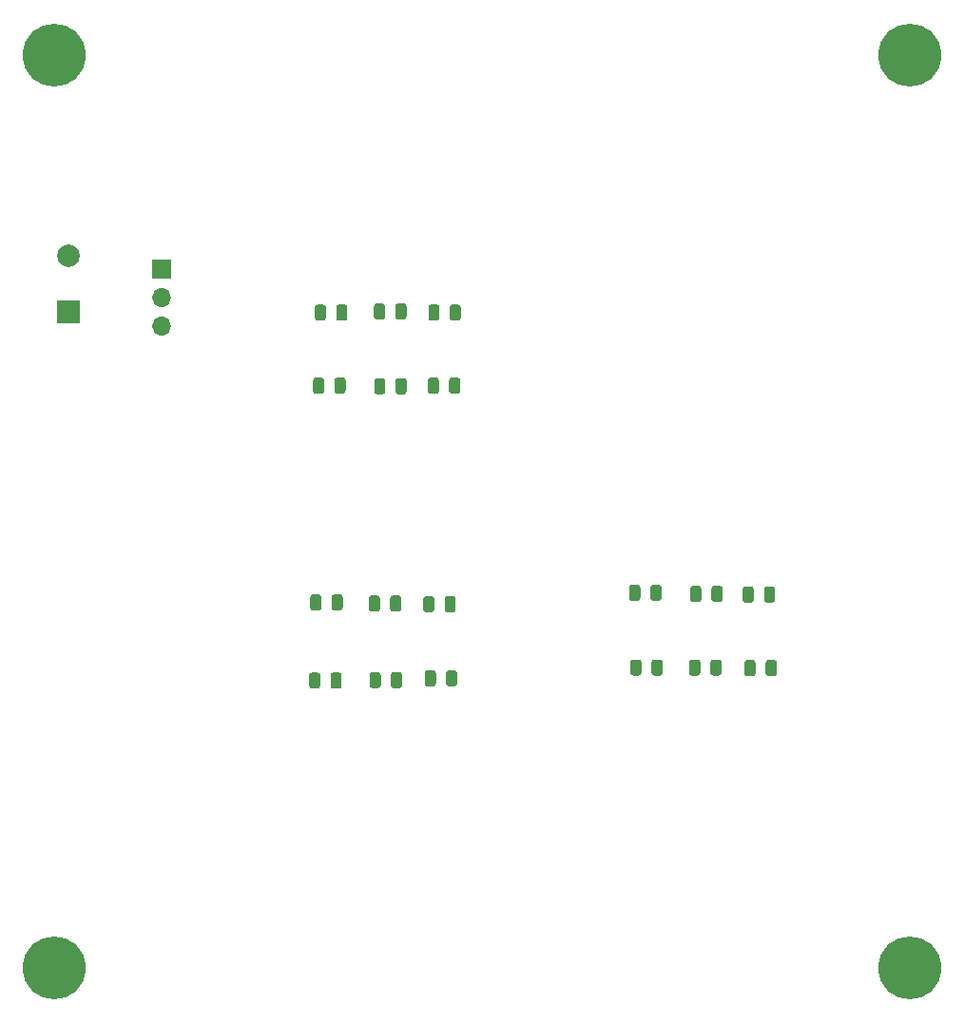
<source format=gbr>
%TF.GenerationSoftware,KiCad,Pcbnew,(5.1.10)-1*%
%TF.CreationDate,2023-02-12T14:12:42-06:00*%
%TF.ProjectId,neopixel_board,6e656f70-6978-4656-9c5f-626f6172642e,rev?*%
%TF.SameCoordinates,Original*%
%TF.FileFunction,Soldermask,Bot*%
%TF.FilePolarity,Negative*%
%FSLAX46Y46*%
G04 Gerber Fmt 4.6, Leading zero omitted, Abs format (unit mm)*
G04 Created by KiCad (PCBNEW (5.1.10)-1) date 2023-02-12 14:12:42*
%MOMM*%
%LPD*%
G01*
G04 APERTURE LIST*
%ADD10C,5.600000*%
%ADD11C,3.600000*%
%ADD12C,2.000000*%
%ADD13R,2.000000X2.000000*%
%ADD14O,1.700000X1.700000*%
%ADD15R,1.700000X1.700000*%
G04 APERTURE END LIST*
D10*
%TO.C,.*%
X154940000Y-124460000D03*
D11*
X154940000Y-124460000D03*
%TD*%
%TO.C,.*%
X154940000Y-43180000D03*
D10*
X154940000Y-43180000D03*
%TD*%
D11*
%TO.C,.*%
X78740000Y-124460000D03*
D10*
X78740000Y-124460000D03*
%TD*%
%TO.C,.*%
X78740000Y-43180000D03*
D11*
X78740000Y-43180000D03*
%TD*%
D12*
%TO.C,C1*%
X80010000Y-61040000D03*
D13*
X80010000Y-66040000D03*
%TD*%
%TO.C,C21*%
G36*
G01*
X141180400Y-97264200D02*
X141180400Y-98214200D01*
G75*
G02*
X140930400Y-98464200I-250000J0D01*
G01*
X140430400Y-98464200D01*
G75*
G02*
X140180400Y-98214200I0J250000D01*
G01*
X140180400Y-97264200D01*
G75*
G02*
X140430400Y-97014200I250000J0D01*
G01*
X140930400Y-97014200D01*
G75*
G02*
X141180400Y-97264200I0J-250000D01*
G01*
G37*
G36*
G01*
X143080400Y-97264200D02*
X143080400Y-98214200D01*
G75*
G02*
X142830400Y-98464200I-250000J0D01*
G01*
X142330400Y-98464200D01*
G75*
G02*
X142080400Y-98214200I0J250000D01*
G01*
X142080400Y-97264200D01*
G75*
G02*
X142330400Y-97014200I250000J0D01*
G01*
X142830400Y-97014200D01*
G75*
G02*
X143080400Y-97264200I0J-250000D01*
G01*
G37*
%TD*%
%TO.C,C20*%
G36*
G01*
X136252800Y-97213400D02*
X136252800Y-98163400D01*
G75*
G02*
X136002800Y-98413400I-250000J0D01*
G01*
X135502800Y-98413400D01*
G75*
G02*
X135252800Y-98163400I0J250000D01*
G01*
X135252800Y-97213400D01*
G75*
G02*
X135502800Y-96963400I250000J0D01*
G01*
X136002800Y-96963400D01*
G75*
G02*
X136252800Y-97213400I0J-250000D01*
G01*
G37*
G36*
G01*
X138152800Y-97213400D02*
X138152800Y-98163400D01*
G75*
G02*
X137902800Y-98413400I-250000J0D01*
G01*
X137402800Y-98413400D01*
G75*
G02*
X137152800Y-98163400I0J250000D01*
G01*
X137152800Y-97213400D01*
G75*
G02*
X137402800Y-96963400I250000J0D01*
G01*
X137902800Y-96963400D01*
G75*
G02*
X138152800Y-97213400I0J-250000D01*
G01*
G37*
%TD*%
%TO.C,C19*%
G36*
G01*
X131020400Y-97213400D02*
X131020400Y-98163400D01*
G75*
G02*
X130770400Y-98413400I-250000J0D01*
G01*
X130270400Y-98413400D01*
G75*
G02*
X130020400Y-98163400I0J250000D01*
G01*
X130020400Y-97213400D01*
G75*
G02*
X130270400Y-96963400I250000J0D01*
G01*
X130770400Y-96963400D01*
G75*
G02*
X131020400Y-97213400I0J-250000D01*
G01*
G37*
G36*
G01*
X132920400Y-97213400D02*
X132920400Y-98163400D01*
G75*
G02*
X132670400Y-98413400I-250000J0D01*
G01*
X132170400Y-98413400D01*
G75*
G02*
X131920400Y-98163400I0J250000D01*
G01*
X131920400Y-97213400D01*
G75*
G02*
X132170400Y-96963400I250000J0D01*
G01*
X132670400Y-96963400D01*
G75*
G02*
X132920400Y-97213400I0J-250000D01*
G01*
G37*
%TD*%
%TO.C,C18*%
G36*
G01*
X141028000Y-90711000D02*
X141028000Y-91661000D01*
G75*
G02*
X140778000Y-91911000I-250000J0D01*
G01*
X140278000Y-91911000D01*
G75*
G02*
X140028000Y-91661000I0J250000D01*
G01*
X140028000Y-90711000D01*
G75*
G02*
X140278000Y-90461000I250000J0D01*
G01*
X140778000Y-90461000D01*
G75*
G02*
X141028000Y-90711000I0J-250000D01*
G01*
G37*
G36*
G01*
X142928000Y-90711000D02*
X142928000Y-91661000D01*
G75*
G02*
X142678000Y-91911000I-250000J0D01*
G01*
X142178000Y-91911000D01*
G75*
G02*
X141928000Y-91661000I0J250000D01*
G01*
X141928000Y-90711000D01*
G75*
G02*
X142178000Y-90461000I250000J0D01*
G01*
X142678000Y-90461000D01*
G75*
G02*
X142928000Y-90711000I0J-250000D01*
G01*
G37*
%TD*%
%TO.C,C17*%
G36*
G01*
X136354400Y-90660200D02*
X136354400Y-91610200D01*
G75*
G02*
X136104400Y-91860200I-250000J0D01*
G01*
X135604400Y-91860200D01*
G75*
G02*
X135354400Y-91610200I0J250000D01*
G01*
X135354400Y-90660200D01*
G75*
G02*
X135604400Y-90410200I250000J0D01*
G01*
X136104400Y-90410200D01*
G75*
G02*
X136354400Y-90660200I0J-250000D01*
G01*
G37*
G36*
G01*
X138254400Y-90660200D02*
X138254400Y-91610200D01*
G75*
G02*
X138004400Y-91860200I-250000J0D01*
G01*
X137504400Y-91860200D01*
G75*
G02*
X137254400Y-91610200I0J250000D01*
G01*
X137254400Y-90660200D01*
G75*
G02*
X137504400Y-90410200I250000J0D01*
G01*
X138004400Y-90410200D01*
G75*
G02*
X138254400Y-90660200I0J-250000D01*
G01*
G37*
%TD*%
%TO.C,C16*%
G36*
G01*
X130918800Y-90558600D02*
X130918800Y-91508600D01*
G75*
G02*
X130668800Y-91758600I-250000J0D01*
G01*
X130168800Y-91758600D01*
G75*
G02*
X129918800Y-91508600I0J250000D01*
G01*
X129918800Y-90558600D01*
G75*
G02*
X130168800Y-90308600I250000J0D01*
G01*
X130668800Y-90308600D01*
G75*
G02*
X130918800Y-90558600I0J-250000D01*
G01*
G37*
G36*
G01*
X132818800Y-90558600D02*
X132818800Y-91508600D01*
G75*
G02*
X132568800Y-91758600I-250000J0D01*
G01*
X132068800Y-91758600D01*
G75*
G02*
X131818800Y-91508600I0J250000D01*
G01*
X131818800Y-90558600D01*
G75*
G02*
X132068800Y-90308600I250000J0D01*
G01*
X132568800Y-90308600D01*
G75*
G02*
X132818800Y-90558600I0J-250000D01*
G01*
G37*
%TD*%
%TO.C,C15*%
G36*
G01*
X112717200Y-98178600D02*
X112717200Y-99128600D01*
G75*
G02*
X112467200Y-99378600I-250000J0D01*
G01*
X111967200Y-99378600D01*
G75*
G02*
X111717200Y-99128600I0J250000D01*
G01*
X111717200Y-98178600D01*
G75*
G02*
X111967200Y-97928600I250000J0D01*
G01*
X112467200Y-97928600D01*
G75*
G02*
X112717200Y-98178600I0J-250000D01*
G01*
G37*
G36*
G01*
X114617200Y-98178600D02*
X114617200Y-99128600D01*
G75*
G02*
X114367200Y-99378600I-250000J0D01*
G01*
X113867200Y-99378600D01*
G75*
G02*
X113617200Y-99128600I0J250000D01*
G01*
X113617200Y-98178600D01*
G75*
G02*
X113867200Y-97928600I250000J0D01*
G01*
X114367200Y-97928600D01*
G75*
G02*
X114617200Y-98178600I0J-250000D01*
G01*
G37*
%TD*%
%TO.C,C14*%
G36*
G01*
X107804800Y-98331000D02*
X107804800Y-99281000D01*
G75*
G02*
X107554800Y-99531000I-250000J0D01*
G01*
X107054800Y-99531000D01*
G75*
G02*
X106804800Y-99281000I0J250000D01*
G01*
X106804800Y-98331000D01*
G75*
G02*
X107054800Y-98081000I250000J0D01*
G01*
X107554800Y-98081000D01*
G75*
G02*
X107804800Y-98331000I0J-250000D01*
G01*
G37*
G36*
G01*
X109704800Y-98331000D02*
X109704800Y-99281000D01*
G75*
G02*
X109454800Y-99531000I-250000J0D01*
G01*
X108954800Y-99531000D01*
G75*
G02*
X108704800Y-99281000I0J250000D01*
G01*
X108704800Y-98331000D01*
G75*
G02*
X108954800Y-98081000I250000J0D01*
G01*
X109454800Y-98081000D01*
G75*
G02*
X109704800Y-98331000I0J-250000D01*
G01*
G37*
%TD*%
%TO.C,C13*%
G36*
G01*
X102420000Y-98381800D02*
X102420000Y-99331800D01*
G75*
G02*
X102170000Y-99581800I-250000J0D01*
G01*
X101670000Y-99581800D01*
G75*
G02*
X101420000Y-99331800I0J250000D01*
G01*
X101420000Y-98381800D01*
G75*
G02*
X101670000Y-98131800I250000J0D01*
G01*
X102170000Y-98131800D01*
G75*
G02*
X102420000Y-98381800I0J-250000D01*
G01*
G37*
G36*
G01*
X104320000Y-98381800D02*
X104320000Y-99331800D01*
G75*
G02*
X104070000Y-99581800I-250000J0D01*
G01*
X103570000Y-99581800D01*
G75*
G02*
X103320000Y-99331800I0J250000D01*
G01*
X103320000Y-98381800D01*
G75*
G02*
X103570000Y-98131800I250000J0D01*
G01*
X104070000Y-98131800D01*
G75*
G02*
X104320000Y-98381800I0J-250000D01*
G01*
G37*
%TD*%
%TO.C,C12*%
G36*
G01*
X112580000Y-91574600D02*
X112580000Y-92524600D01*
G75*
G02*
X112330000Y-92774600I-250000J0D01*
G01*
X111830000Y-92774600D01*
G75*
G02*
X111580000Y-92524600I0J250000D01*
G01*
X111580000Y-91574600D01*
G75*
G02*
X111830000Y-91324600I250000J0D01*
G01*
X112330000Y-91324600D01*
G75*
G02*
X112580000Y-91574600I0J-250000D01*
G01*
G37*
G36*
G01*
X114480000Y-91574600D02*
X114480000Y-92524600D01*
G75*
G02*
X114230000Y-92774600I-250000J0D01*
G01*
X113730000Y-92774600D01*
G75*
G02*
X113480000Y-92524600I0J250000D01*
G01*
X113480000Y-91574600D01*
G75*
G02*
X113730000Y-91324600I250000J0D01*
G01*
X114230000Y-91324600D01*
G75*
G02*
X114480000Y-91574600I0J-250000D01*
G01*
G37*
%TD*%
%TO.C,C11*%
G36*
G01*
X107738800Y-91523800D02*
X107738800Y-92473800D01*
G75*
G02*
X107488800Y-92723800I-250000J0D01*
G01*
X106988800Y-92723800D01*
G75*
G02*
X106738800Y-92473800I0J250000D01*
G01*
X106738800Y-91523800D01*
G75*
G02*
X106988800Y-91273800I250000J0D01*
G01*
X107488800Y-91273800D01*
G75*
G02*
X107738800Y-91523800I0J-250000D01*
G01*
G37*
G36*
G01*
X109638800Y-91523800D02*
X109638800Y-92473800D01*
G75*
G02*
X109388800Y-92723800I-250000J0D01*
G01*
X108888800Y-92723800D01*
G75*
G02*
X108638800Y-92473800I0J250000D01*
G01*
X108638800Y-91523800D01*
G75*
G02*
X108888800Y-91273800I250000J0D01*
G01*
X109388800Y-91273800D01*
G75*
G02*
X109638800Y-91523800I0J-250000D01*
G01*
G37*
%TD*%
%TO.C,C10*%
G36*
G01*
X102521600Y-91422200D02*
X102521600Y-92372200D01*
G75*
G02*
X102271600Y-92622200I-250000J0D01*
G01*
X101771600Y-92622200D01*
G75*
G02*
X101521600Y-92372200I0J250000D01*
G01*
X101521600Y-91422200D01*
G75*
G02*
X101771600Y-91172200I250000J0D01*
G01*
X102271600Y-91172200D01*
G75*
G02*
X102521600Y-91422200I0J-250000D01*
G01*
G37*
G36*
G01*
X104421600Y-91422200D02*
X104421600Y-92372200D01*
G75*
G02*
X104171600Y-92622200I-250000J0D01*
G01*
X103671600Y-92622200D01*
G75*
G02*
X103421600Y-92372200I0J250000D01*
G01*
X103421600Y-91422200D01*
G75*
G02*
X103671600Y-91172200I250000J0D01*
G01*
X104171600Y-91172200D01*
G75*
G02*
X104421600Y-91422200I0J-250000D01*
G01*
G37*
%TD*%
%TO.C,C9*%
G36*
G01*
X112986400Y-72118200D02*
X112986400Y-73068200D01*
G75*
G02*
X112736400Y-73318200I-250000J0D01*
G01*
X112236400Y-73318200D01*
G75*
G02*
X111986400Y-73068200I0J250000D01*
G01*
X111986400Y-72118200D01*
G75*
G02*
X112236400Y-71868200I250000J0D01*
G01*
X112736400Y-71868200D01*
G75*
G02*
X112986400Y-72118200I0J-250000D01*
G01*
G37*
G36*
G01*
X114886400Y-72118200D02*
X114886400Y-73068200D01*
G75*
G02*
X114636400Y-73318200I-250000J0D01*
G01*
X114136400Y-73318200D01*
G75*
G02*
X113886400Y-73068200I0J250000D01*
G01*
X113886400Y-72118200D01*
G75*
G02*
X114136400Y-71868200I250000J0D01*
G01*
X114636400Y-71868200D01*
G75*
G02*
X114886400Y-72118200I0J-250000D01*
G01*
G37*
%TD*%
%TO.C,C8*%
G36*
G01*
X108211200Y-72169000D02*
X108211200Y-73119000D01*
G75*
G02*
X107961200Y-73369000I-250000J0D01*
G01*
X107461200Y-73369000D01*
G75*
G02*
X107211200Y-73119000I0J250000D01*
G01*
X107211200Y-72169000D01*
G75*
G02*
X107461200Y-71919000I250000J0D01*
G01*
X107961200Y-71919000D01*
G75*
G02*
X108211200Y-72169000I0J-250000D01*
G01*
G37*
G36*
G01*
X110111200Y-72169000D02*
X110111200Y-73119000D01*
G75*
G02*
X109861200Y-73369000I-250000J0D01*
G01*
X109361200Y-73369000D01*
G75*
G02*
X109111200Y-73119000I0J250000D01*
G01*
X109111200Y-72169000D01*
G75*
G02*
X109361200Y-71919000I250000J0D01*
G01*
X109861200Y-71919000D01*
G75*
G02*
X110111200Y-72169000I0J-250000D01*
G01*
G37*
%TD*%
%TO.C,C7*%
G36*
G01*
X102775600Y-72118200D02*
X102775600Y-73068200D01*
G75*
G02*
X102525600Y-73318200I-250000J0D01*
G01*
X102025600Y-73318200D01*
G75*
G02*
X101775600Y-73068200I0J250000D01*
G01*
X101775600Y-72118200D01*
G75*
G02*
X102025600Y-71868200I250000J0D01*
G01*
X102525600Y-71868200D01*
G75*
G02*
X102775600Y-72118200I0J-250000D01*
G01*
G37*
G36*
G01*
X104675600Y-72118200D02*
X104675600Y-73068200D01*
G75*
G02*
X104425600Y-73318200I-250000J0D01*
G01*
X103925600Y-73318200D01*
G75*
G02*
X103675600Y-73068200I0J250000D01*
G01*
X103675600Y-72118200D01*
G75*
G02*
X103925600Y-71868200I250000J0D01*
G01*
X104425600Y-71868200D01*
G75*
G02*
X104675600Y-72118200I0J-250000D01*
G01*
G37*
%TD*%
%TO.C,C6*%
G36*
G01*
X113037200Y-65615800D02*
X113037200Y-66565800D01*
G75*
G02*
X112787200Y-66815800I-250000J0D01*
G01*
X112287200Y-66815800D01*
G75*
G02*
X112037200Y-66565800I0J250000D01*
G01*
X112037200Y-65615800D01*
G75*
G02*
X112287200Y-65365800I250000J0D01*
G01*
X112787200Y-65365800D01*
G75*
G02*
X113037200Y-65615800I0J-250000D01*
G01*
G37*
G36*
G01*
X114937200Y-65615800D02*
X114937200Y-66565800D01*
G75*
G02*
X114687200Y-66815800I-250000J0D01*
G01*
X114187200Y-66815800D01*
G75*
G02*
X113937200Y-66565800I0J250000D01*
G01*
X113937200Y-65615800D01*
G75*
G02*
X114187200Y-65365800I250000J0D01*
G01*
X114687200Y-65365800D01*
G75*
G02*
X114937200Y-65615800I0J-250000D01*
G01*
G37*
%TD*%
%TO.C,C5*%
G36*
G01*
X108196000Y-65514200D02*
X108196000Y-66464200D01*
G75*
G02*
X107946000Y-66714200I-250000J0D01*
G01*
X107446000Y-66714200D01*
G75*
G02*
X107196000Y-66464200I0J250000D01*
G01*
X107196000Y-65514200D01*
G75*
G02*
X107446000Y-65264200I250000J0D01*
G01*
X107946000Y-65264200D01*
G75*
G02*
X108196000Y-65514200I0J-250000D01*
G01*
G37*
G36*
G01*
X110096000Y-65514200D02*
X110096000Y-66464200D01*
G75*
G02*
X109846000Y-66714200I-250000J0D01*
G01*
X109346000Y-66714200D01*
G75*
G02*
X109096000Y-66464200I0J250000D01*
G01*
X109096000Y-65514200D01*
G75*
G02*
X109346000Y-65264200I250000J0D01*
G01*
X109846000Y-65264200D01*
G75*
G02*
X110096000Y-65514200I0J-250000D01*
G01*
G37*
%TD*%
%TO.C,C4*%
G36*
G01*
X103828000Y-66565800D02*
X103828000Y-65615800D01*
G75*
G02*
X104078000Y-65365800I250000J0D01*
G01*
X104578000Y-65365800D01*
G75*
G02*
X104828000Y-65615800I0J-250000D01*
G01*
X104828000Y-66565800D01*
G75*
G02*
X104578000Y-66815800I-250000J0D01*
G01*
X104078000Y-66815800D01*
G75*
G02*
X103828000Y-66565800I0J250000D01*
G01*
G37*
G36*
G01*
X101928000Y-66565800D02*
X101928000Y-65615800D01*
G75*
G02*
X102178000Y-65365800I250000J0D01*
G01*
X102678000Y-65365800D01*
G75*
G02*
X102928000Y-65615800I0J-250000D01*
G01*
X102928000Y-66565800D01*
G75*
G02*
X102678000Y-66815800I-250000J0D01*
G01*
X102178000Y-66815800D01*
G75*
G02*
X101928000Y-66565800I0J250000D01*
G01*
G37*
%TD*%
D14*
%TO.C,J1*%
X88265000Y-67310000D03*
X88265000Y-64770000D03*
D15*
X88265000Y-62230000D03*
%TD*%
M02*

</source>
